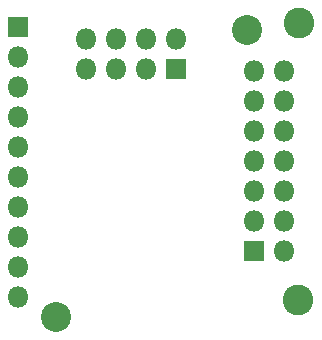
<source format=gbr>
G04 #@! TF.GenerationSoftware,KiCad,Pcbnew,5.0.0-5.0.0*
G04 #@! TF.CreationDate,2018-10-11T16:36:41-07:00*
G04 #@! TF.ProjectId,gpio-expander,6770696F2D657870616E6465722E6B69,rev?*
G04 #@! TF.SameCoordinates,Original*
G04 #@! TF.FileFunction,Soldermask,Bot*
G04 #@! TF.FilePolarity,Negative*
%FSLAX46Y46*%
G04 Gerber Fmt 4.6, Leading zero omitted, Abs format (unit mm)*
G04 Created by KiCad (PCBNEW 5.0.0-5.0.0) date Thu Oct 11 16:36:41 2018*
%MOMM*%
%LPD*%
G01*
G04 APERTURE LIST*
%ADD10C,2.601600*%
%ADD11O,1.801600X1.801600*%
%ADD12R,1.801600X1.801600*%
%ADD13C,2.540000*%
G04 APERTURE END LIST*
D10*
G04 #@! TO.C,MH1*
X156950000Y-111000000D03*
G04 #@! TD*
G04 #@! TO.C,MH2*
X157000000Y-87500000D03*
G04 #@! TD*
D11*
G04 #@! TO.C,J1*
X133250000Y-110710000D03*
X133250000Y-108170000D03*
X133250000Y-105630000D03*
X133250000Y-103090000D03*
X133250000Y-100550000D03*
X133250000Y-98010000D03*
X133250000Y-95470000D03*
X133250000Y-92930000D03*
X133250000Y-90390000D03*
D12*
X133250000Y-87850000D03*
G04 #@! TD*
D13*
G04 #@! TO.C,FID3*
X136450000Y-112400000D03*
G04 #@! TD*
G04 #@! TO.C,FID2*
X152650000Y-88150000D03*
G04 #@! TD*
D11*
G04 #@! TO.C,J2*
X155740000Y-91560000D03*
X153200000Y-91560000D03*
X155740000Y-94100000D03*
X153200000Y-94100000D03*
X155740000Y-96640000D03*
X153200000Y-96640000D03*
X155740000Y-99180000D03*
X153200000Y-99180000D03*
X155740000Y-101720000D03*
X153200000Y-101720000D03*
X155740000Y-104260000D03*
X153200000Y-104260000D03*
X155740000Y-106800000D03*
D12*
X153200000Y-106800000D03*
G04 #@! TD*
D11*
G04 #@! TO.C,J3*
X138980000Y-88860000D03*
X138980000Y-91400000D03*
X141520000Y-88860000D03*
X141520000Y-91400000D03*
X144060000Y-88860000D03*
X144060000Y-91400000D03*
X146600000Y-88860000D03*
D12*
X146600000Y-91400000D03*
G04 #@! TD*
M02*

</source>
